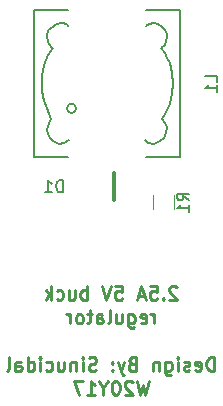
<source format=gbr>
G04 #@! TF.FileFunction,Legend,Bot*
%FSLAX46Y46*%
G04 Gerber Fmt 4.6, Leading zero omitted, Abs format (unit mm)*
G04 Created by KiCad (PCBNEW 4.0.5) date 05/07/17 11:17:11*
%MOMM*%
%LPD*%
G01*
G04 APERTURE LIST*
%ADD10C,0.100000*%
%ADD11C,0.287500*%
%ADD12C,0.300000*%
%ADD13C,0.150000*%
%ADD14C,0.120000*%
G04 APERTURE END LIST*
D10*
D11*
X159990331Y-109703962D02*
X159935569Y-109649200D01*
X159826046Y-109594438D01*
X159552236Y-109594438D01*
X159442712Y-109649200D01*
X159387950Y-109703962D01*
X159333189Y-109813486D01*
X159333189Y-109923010D01*
X159387950Y-110087295D01*
X160045093Y-110744438D01*
X159333189Y-110744438D01*
X158840331Y-110634914D02*
X158785570Y-110689676D01*
X158840331Y-110744438D01*
X158895093Y-110689676D01*
X158840331Y-110634914D01*
X158840331Y-110744438D01*
X157745093Y-109594438D02*
X158292712Y-109594438D01*
X158347474Y-110142057D01*
X158292712Y-110087295D01*
X158183189Y-110032533D01*
X157909379Y-110032533D01*
X157799855Y-110087295D01*
X157745093Y-110142057D01*
X157690332Y-110251581D01*
X157690332Y-110525390D01*
X157745093Y-110634914D01*
X157799855Y-110689676D01*
X157909379Y-110744438D01*
X158183189Y-110744438D01*
X158292712Y-110689676D01*
X158347474Y-110634914D01*
X157252236Y-110415867D02*
X156704617Y-110415867D01*
X157361760Y-110744438D02*
X156978427Y-109594438D01*
X156595094Y-110744438D01*
X154787951Y-109594438D02*
X155335570Y-109594438D01*
X155390332Y-110142057D01*
X155335570Y-110087295D01*
X155226047Y-110032533D01*
X154952237Y-110032533D01*
X154842713Y-110087295D01*
X154787951Y-110142057D01*
X154733190Y-110251581D01*
X154733190Y-110525390D01*
X154787951Y-110634914D01*
X154842713Y-110689676D01*
X154952237Y-110744438D01*
X155226047Y-110744438D01*
X155335570Y-110689676D01*
X155390332Y-110634914D01*
X154404618Y-109594438D02*
X154021285Y-110744438D01*
X153637952Y-109594438D01*
X152378428Y-110744438D02*
X152378428Y-109594438D01*
X152378428Y-110032533D02*
X152268905Y-109977771D01*
X152049857Y-109977771D01*
X151940333Y-110032533D01*
X151885571Y-110087295D01*
X151830809Y-110196819D01*
X151830809Y-110525390D01*
X151885571Y-110634914D01*
X151940333Y-110689676D01*
X152049857Y-110744438D01*
X152268905Y-110744438D01*
X152378428Y-110689676D01*
X150845095Y-109977771D02*
X150845095Y-110744438D01*
X151337952Y-109977771D02*
X151337952Y-110580152D01*
X151283191Y-110689676D01*
X151173667Y-110744438D01*
X151009381Y-110744438D01*
X150899857Y-110689676D01*
X150845095Y-110634914D01*
X149804619Y-110689676D02*
X149914143Y-110744438D01*
X150133191Y-110744438D01*
X150242715Y-110689676D01*
X150297476Y-110634914D01*
X150352238Y-110525390D01*
X150352238Y-110196819D01*
X150297476Y-110087295D01*
X150242715Y-110032533D01*
X150133191Y-109977771D01*
X149914143Y-109977771D01*
X149804619Y-110032533D01*
X149311762Y-110744438D02*
X149311762Y-109594438D01*
X149202239Y-110306343D02*
X148873667Y-110744438D01*
X148873667Y-109977771D02*
X149311762Y-110415867D01*
X158073666Y-112756938D02*
X158073666Y-111990271D01*
X158073666Y-112209319D02*
X158018905Y-112099795D01*
X157964143Y-112045033D01*
X157854619Y-111990271D01*
X157745095Y-111990271D01*
X156923666Y-112702176D02*
X157033190Y-112756938D01*
X157252238Y-112756938D01*
X157361761Y-112702176D01*
X157416523Y-112592652D01*
X157416523Y-112154557D01*
X157361761Y-112045033D01*
X157252238Y-111990271D01*
X157033190Y-111990271D01*
X156923666Y-112045033D01*
X156868904Y-112154557D01*
X156868904Y-112264081D01*
X157416523Y-112373605D01*
X155883190Y-111990271D02*
X155883190Y-112921224D01*
X155937952Y-113030748D01*
X155992714Y-113085510D01*
X156102238Y-113140271D01*
X156266524Y-113140271D01*
X156376047Y-113085510D01*
X155883190Y-112702176D02*
X155992714Y-112756938D01*
X156211762Y-112756938D01*
X156321286Y-112702176D01*
X156376047Y-112647414D01*
X156430809Y-112537890D01*
X156430809Y-112209319D01*
X156376047Y-112099795D01*
X156321286Y-112045033D01*
X156211762Y-111990271D01*
X155992714Y-111990271D01*
X155883190Y-112045033D01*
X154842714Y-111990271D02*
X154842714Y-112756938D01*
X155335571Y-111990271D02*
X155335571Y-112592652D01*
X155280810Y-112702176D01*
X155171286Y-112756938D01*
X155007000Y-112756938D01*
X154897476Y-112702176D01*
X154842714Y-112647414D01*
X154130810Y-112756938D02*
X154240334Y-112702176D01*
X154295095Y-112592652D01*
X154295095Y-111606938D01*
X153199857Y-112756938D02*
X153199857Y-112154557D01*
X153254619Y-112045033D01*
X153364143Y-111990271D01*
X153583191Y-111990271D01*
X153692714Y-112045033D01*
X153199857Y-112702176D02*
X153309381Y-112756938D01*
X153583191Y-112756938D01*
X153692714Y-112702176D01*
X153747476Y-112592652D01*
X153747476Y-112483129D01*
X153692714Y-112373605D01*
X153583191Y-112318843D01*
X153309381Y-112318843D01*
X153199857Y-112264081D01*
X152816524Y-111990271D02*
X152378429Y-111990271D01*
X152652238Y-111606938D02*
X152652238Y-112592652D01*
X152597477Y-112702176D01*
X152487953Y-112756938D01*
X152378429Y-112756938D01*
X151830810Y-112756938D02*
X151940334Y-112702176D01*
X151995095Y-112647414D01*
X152049857Y-112537890D01*
X152049857Y-112209319D01*
X151995095Y-112099795D01*
X151940334Y-112045033D01*
X151830810Y-111990271D01*
X151666524Y-111990271D01*
X151557000Y-112045033D01*
X151502238Y-112099795D01*
X151447476Y-112209319D01*
X151447476Y-112537890D01*
X151502238Y-112647414D01*
X151557000Y-112702176D01*
X151666524Y-112756938D01*
X151830810Y-112756938D01*
X150954619Y-112756938D02*
X150954619Y-111990271D01*
X150954619Y-112209319D02*
X150899858Y-112099795D01*
X150845096Y-112045033D01*
X150735572Y-111990271D01*
X150626048Y-111990271D01*
X163139140Y-116781938D02*
X163139140Y-115631938D01*
X162865331Y-115631938D01*
X162701045Y-115686700D01*
X162591521Y-115796224D01*
X162536760Y-115905748D01*
X162481998Y-116124795D01*
X162481998Y-116289081D01*
X162536760Y-116508129D01*
X162591521Y-116617652D01*
X162701045Y-116727176D01*
X162865331Y-116781938D01*
X163139140Y-116781938D01*
X161551045Y-116727176D02*
X161660569Y-116781938D01*
X161879617Y-116781938D01*
X161989140Y-116727176D01*
X162043902Y-116617652D01*
X162043902Y-116179557D01*
X161989140Y-116070033D01*
X161879617Y-116015271D01*
X161660569Y-116015271D01*
X161551045Y-116070033D01*
X161496283Y-116179557D01*
X161496283Y-116289081D01*
X162043902Y-116398605D01*
X161058188Y-116727176D02*
X160948665Y-116781938D01*
X160729617Y-116781938D01*
X160620093Y-116727176D01*
X160565331Y-116617652D01*
X160565331Y-116562890D01*
X160620093Y-116453367D01*
X160729617Y-116398605D01*
X160893903Y-116398605D01*
X161003426Y-116343843D01*
X161058188Y-116234319D01*
X161058188Y-116179557D01*
X161003426Y-116070033D01*
X160893903Y-116015271D01*
X160729617Y-116015271D01*
X160620093Y-116070033D01*
X160072474Y-116781938D02*
X160072474Y-116015271D01*
X160072474Y-115631938D02*
X160127236Y-115686700D01*
X160072474Y-115741462D01*
X160017713Y-115686700D01*
X160072474Y-115631938D01*
X160072474Y-115741462D01*
X159031998Y-116015271D02*
X159031998Y-116946224D01*
X159086760Y-117055748D01*
X159141522Y-117110510D01*
X159251046Y-117165271D01*
X159415332Y-117165271D01*
X159524855Y-117110510D01*
X159031998Y-116727176D02*
X159141522Y-116781938D01*
X159360570Y-116781938D01*
X159470094Y-116727176D01*
X159524855Y-116672414D01*
X159579617Y-116562890D01*
X159579617Y-116234319D01*
X159524855Y-116124795D01*
X159470094Y-116070033D01*
X159360570Y-116015271D01*
X159141522Y-116015271D01*
X159031998Y-116070033D01*
X158484379Y-116015271D02*
X158484379Y-116781938D01*
X158484379Y-116124795D02*
X158429618Y-116070033D01*
X158320094Y-116015271D01*
X158155808Y-116015271D01*
X158046284Y-116070033D01*
X157991522Y-116179557D01*
X157991522Y-116781938D01*
X156184380Y-116179557D02*
X156020094Y-116234319D01*
X155965333Y-116289081D01*
X155910571Y-116398605D01*
X155910571Y-116562890D01*
X155965333Y-116672414D01*
X156020094Y-116727176D01*
X156129618Y-116781938D01*
X156567713Y-116781938D01*
X156567713Y-115631938D01*
X156184380Y-115631938D01*
X156074856Y-115686700D01*
X156020094Y-115741462D01*
X155965333Y-115850986D01*
X155965333Y-115960510D01*
X156020094Y-116070033D01*
X156074856Y-116124795D01*
X156184380Y-116179557D01*
X156567713Y-116179557D01*
X155527237Y-116015271D02*
X155253428Y-116781938D01*
X154979618Y-116015271D02*
X155253428Y-116781938D01*
X155362952Y-117055748D01*
X155417713Y-117110510D01*
X155527237Y-117165271D01*
X154541523Y-116672414D02*
X154486762Y-116727176D01*
X154541523Y-116781938D01*
X154596285Y-116727176D01*
X154541523Y-116672414D01*
X154541523Y-116781938D01*
X154541523Y-116070033D02*
X154486762Y-116124795D01*
X154541523Y-116179557D01*
X154596285Y-116124795D01*
X154541523Y-116070033D01*
X154541523Y-116179557D01*
X153172476Y-116727176D02*
X153008191Y-116781938D01*
X152734381Y-116781938D01*
X152624857Y-116727176D01*
X152570095Y-116672414D01*
X152515334Y-116562890D01*
X152515334Y-116453367D01*
X152570095Y-116343843D01*
X152624857Y-116289081D01*
X152734381Y-116234319D01*
X152953429Y-116179557D01*
X153062953Y-116124795D01*
X153117714Y-116070033D01*
X153172476Y-115960510D01*
X153172476Y-115850986D01*
X153117714Y-115741462D01*
X153062953Y-115686700D01*
X152953429Y-115631938D01*
X152679619Y-115631938D01*
X152515334Y-115686700D01*
X152022476Y-116781938D02*
X152022476Y-116015271D01*
X152022476Y-115631938D02*
X152077238Y-115686700D01*
X152022476Y-115741462D01*
X151967715Y-115686700D01*
X152022476Y-115631938D01*
X152022476Y-115741462D01*
X151474857Y-116015271D02*
X151474857Y-116781938D01*
X151474857Y-116124795D02*
X151420096Y-116070033D01*
X151310572Y-116015271D01*
X151146286Y-116015271D01*
X151036762Y-116070033D01*
X150982000Y-116179557D01*
X150982000Y-116781938D01*
X149941524Y-116015271D02*
X149941524Y-116781938D01*
X150434381Y-116015271D02*
X150434381Y-116617652D01*
X150379620Y-116727176D01*
X150270096Y-116781938D01*
X150105810Y-116781938D01*
X149996286Y-116727176D01*
X149941524Y-116672414D01*
X148901048Y-116727176D02*
X149010572Y-116781938D01*
X149229620Y-116781938D01*
X149339144Y-116727176D01*
X149393905Y-116672414D01*
X149448667Y-116562890D01*
X149448667Y-116234319D01*
X149393905Y-116124795D01*
X149339144Y-116070033D01*
X149229620Y-116015271D01*
X149010572Y-116015271D01*
X148901048Y-116070033D01*
X148408191Y-116781938D02*
X148408191Y-116015271D01*
X148408191Y-115631938D02*
X148462953Y-115686700D01*
X148408191Y-115741462D01*
X148353430Y-115686700D01*
X148408191Y-115631938D01*
X148408191Y-115741462D01*
X147367715Y-116781938D02*
X147367715Y-115631938D01*
X147367715Y-116727176D02*
X147477239Y-116781938D01*
X147696287Y-116781938D01*
X147805811Y-116727176D01*
X147860572Y-116672414D01*
X147915334Y-116562890D01*
X147915334Y-116234319D01*
X147860572Y-116124795D01*
X147805811Y-116070033D01*
X147696287Y-116015271D01*
X147477239Y-116015271D01*
X147367715Y-116070033D01*
X146327239Y-116781938D02*
X146327239Y-116179557D01*
X146382001Y-116070033D01*
X146491525Y-116015271D01*
X146710573Y-116015271D01*
X146820096Y-116070033D01*
X146327239Y-116727176D02*
X146436763Y-116781938D01*
X146710573Y-116781938D01*
X146820096Y-116727176D01*
X146874858Y-116617652D01*
X146874858Y-116508129D01*
X146820096Y-116398605D01*
X146710573Y-116343843D01*
X146436763Y-116343843D01*
X146327239Y-116289081D01*
X145615335Y-116781938D02*
X145724859Y-116727176D01*
X145779620Y-116617652D01*
X145779620Y-115631938D01*
X157608190Y-117644438D02*
X157334381Y-118794438D01*
X157115333Y-117973010D01*
X156896286Y-118794438D01*
X156622476Y-117644438D01*
X156239142Y-117753962D02*
X156184380Y-117699200D01*
X156074857Y-117644438D01*
X155801047Y-117644438D01*
X155691523Y-117699200D01*
X155636761Y-117753962D01*
X155582000Y-117863486D01*
X155582000Y-117973010D01*
X155636761Y-118137295D01*
X156293904Y-118794438D01*
X155582000Y-118794438D01*
X154870095Y-117644438D02*
X154760571Y-117644438D01*
X154651047Y-117699200D01*
X154596285Y-117753962D01*
X154541523Y-117863486D01*
X154486762Y-118082533D01*
X154486762Y-118356343D01*
X154541523Y-118575390D01*
X154596285Y-118684914D01*
X154651047Y-118739676D01*
X154760571Y-118794438D01*
X154870095Y-118794438D01*
X154979619Y-118739676D01*
X155034381Y-118684914D01*
X155089142Y-118575390D01*
X155143904Y-118356343D01*
X155143904Y-118082533D01*
X155089142Y-117863486D01*
X155034381Y-117753962D01*
X154979619Y-117699200D01*
X154870095Y-117644438D01*
X153774857Y-118246819D02*
X153774857Y-118794438D01*
X154158190Y-117644438D02*
X153774857Y-118246819D01*
X153391524Y-117644438D01*
X152405810Y-118794438D02*
X153062952Y-118794438D01*
X152734381Y-118794438D02*
X152734381Y-117644438D01*
X152843905Y-117808724D01*
X152953429Y-117918248D01*
X153062952Y-117973010D01*
X152022476Y-117644438D02*
X151255810Y-117644438D01*
X151748667Y-118794438D01*
D12*
X154650440Y-100020120D02*
X154650440Y-102285800D01*
D13*
X151467894Y-94556580D02*
G75*
G03X151467894Y-94556580I-391234J0D01*
G01*
X150776940Y-87556340D02*
X150675340Y-87454740D01*
X150675340Y-87454740D02*
X150276560Y-87355680D01*
X150276560Y-87355680D02*
X149776180Y-87454740D01*
X149776180Y-87454740D02*
X149476460Y-87655400D01*
X149476460Y-87655400D02*
X149075140Y-87955120D01*
X149075140Y-87955120D02*
X148976080Y-88455500D01*
X148976080Y-88455500D02*
X149075140Y-88955880D01*
X149075140Y-88955880D02*
X149377400Y-89357200D01*
X149377400Y-89357200D02*
X149476460Y-89456260D01*
X149476460Y-89456260D02*
X149075140Y-90055700D01*
X149075140Y-90055700D02*
X148775420Y-90855800D01*
X148775420Y-90855800D02*
X148577300Y-91856560D01*
X148577300Y-91856560D02*
X148577300Y-93055440D01*
X148577300Y-93055440D02*
X148775420Y-93957140D01*
X148775420Y-93957140D02*
X148976080Y-94556580D01*
X148976080Y-94556580D02*
X149176740Y-95056960D01*
X149176740Y-95056960D02*
X149377400Y-95455740D01*
X149377400Y-95455740D02*
X149176740Y-95755460D01*
X149176740Y-95755460D02*
X148976080Y-96354900D01*
X148976080Y-96354900D02*
X149075140Y-96756220D01*
X149075140Y-96756220D02*
X149275800Y-97055940D01*
X149275800Y-97055940D02*
X149476460Y-97355660D01*
X149476460Y-97355660D02*
X149976840Y-97556320D01*
X149976840Y-97556320D02*
X150477220Y-97457260D01*
X150477220Y-97457260D02*
X150876000Y-97256600D01*
X157375860Y-87556340D02*
X157675580Y-87454740D01*
X157675580Y-87454740D02*
X158076900Y-87355680D01*
X158076900Y-87355680D02*
X158376620Y-87454740D01*
X158376620Y-87454740D02*
X158775400Y-87655400D01*
X158775400Y-87655400D02*
X158976060Y-87955120D01*
X158976060Y-87955120D02*
X159176720Y-88254840D01*
X159176720Y-88254840D02*
X159176720Y-88557100D01*
X159176720Y-88557100D02*
X159077660Y-88856820D01*
X159077660Y-88856820D02*
X158976060Y-89156540D01*
X158976060Y-89156540D02*
X158676340Y-89456260D01*
X158676340Y-89456260D02*
X158976060Y-89855040D01*
X158976060Y-89855040D02*
X159176720Y-90256360D01*
X159176720Y-90256360D02*
X159377380Y-90756740D01*
X159377380Y-90756740D02*
X159575500Y-91556840D01*
X159575500Y-91556840D02*
X159677100Y-92456000D01*
X159677100Y-92456000D02*
X159575500Y-93256100D01*
X159575500Y-93256100D02*
X159377380Y-94155260D01*
X159377380Y-94155260D02*
X158976060Y-95056960D01*
X158976060Y-95056960D02*
X158775400Y-95455740D01*
X158775400Y-95455740D02*
X158976060Y-95755460D01*
X158976060Y-95755460D02*
X159176720Y-96156780D01*
X159176720Y-96156780D02*
X159077660Y-96657160D01*
X159077660Y-96657160D02*
X158877000Y-97055940D01*
X158877000Y-97055940D02*
X158577280Y-97355660D01*
X158577280Y-97355660D02*
X158076900Y-97556320D01*
X158076900Y-97556320D02*
X157576520Y-97457260D01*
X157576520Y-97457260D02*
X157276800Y-97256600D01*
X150776940Y-98656140D02*
X147876260Y-98656140D01*
X147876260Y-98656140D02*
X147876260Y-86255860D01*
X147876260Y-86255860D02*
X150776940Y-86255860D01*
X160276540Y-86255860D02*
X160276540Y-98656140D01*
X160276540Y-98656140D02*
X157375860Y-98656140D01*
X160276540Y-86255860D02*
X157375860Y-86255860D01*
D14*
X157971600Y-101914400D02*
X157971600Y-103114400D01*
X159731600Y-103114400D02*
X159731600Y-101914400D01*
D13*
X150344095Y-101645981D02*
X150344095Y-100645981D01*
X150106000Y-100645981D01*
X149963142Y-100693600D01*
X149867904Y-100788838D01*
X149820285Y-100884076D01*
X149772666Y-101074552D01*
X149772666Y-101217410D01*
X149820285Y-101407886D01*
X149867904Y-101503124D01*
X149963142Y-101598362D01*
X150106000Y-101645981D01*
X150344095Y-101645981D01*
X148820285Y-101645981D02*
X149391714Y-101645981D01*
X149106000Y-101645981D02*
X149106000Y-100645981D01*
X149201238Y-100788838D01*
X149296476Y-100884076D01*
X149391714Y-100931695D01*
X163418781Y-92289334D02*
X163418781Y-91813143D01*
X162418781Y-91813143D01*
X163418781Y-93146477D02*
X163418781Y-92575048D01*
X163418781Y-92860762D02*
X162418781Y-92860762D01*
X162561638Y-92765524D01*
X162656876Y-92670286D01*
X162704495Y-92575048D01*
X161003981Y-102347734D02*
X160527790Y-102014400D01*
X161003981Y-101776305D02*
X160003981Y-101776305D01*
X160003981Y-102157258D01*
X160051600Y-102252496D01*
X160099219Y-102300115D01*
X160194457Y-102347734D01*
X160337314Y-102347734D01*
X160432552Y-102300115D01*
X160480171Y-102252496D01*
X160527790Y-102157258D01*
X160527790Y-101776305D01*
X161003981Y-103300115D02*
X161003981Y-102728686D01*
X161003981Y-103014400D02*
X160003981Y-103014400D01*
X160146838Y-102919162D01*
X160242076Y-102823924D01*
X160289695Y-102728686D01*
M02*

</source>
